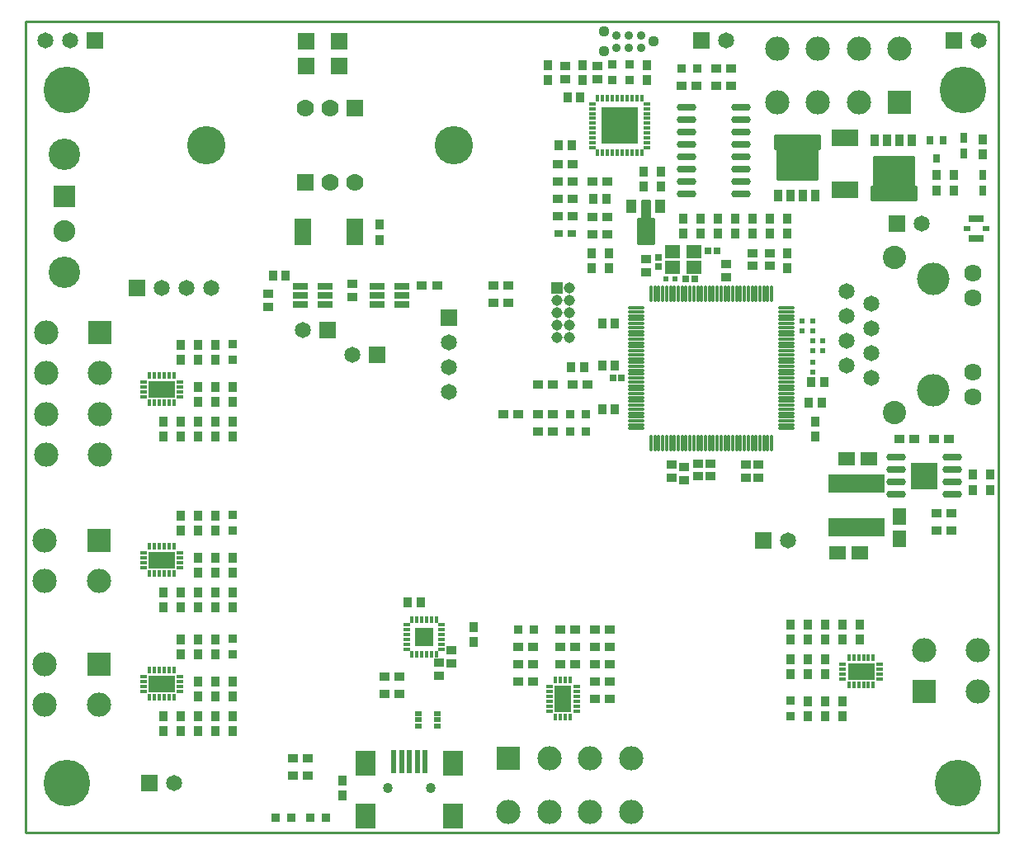
<source format=gts>
*
*
G04 PADS9.1 Build Number: 384028 generated Gerber (RS-274-X) file*
G04 PC Version=2.1*
*
%IN "ASPS_DAQv5p2.pcb"*%
*
%MOIN*%
*
%FSLAX35Y35*%
*
*
*
*
G04 PC Standard Apertures*
*
*
G04 Thermal Relief Aperture macro.*
%AMTER*
1,1,$1,0,0*
1,0,$1-$2,0,0*
21,0,$3,$4,0,0,45*
21,0,$3,$4,0,0,135*
%
*
*
G04 Annular Aperture macro.*
%AMANN*
1,1,$1,0,0*
1,0,$2,0,0*
%
*
*
G04 Odd Aperture macro.*
%AMODD*
1,1,$1,0,0*
1,0,$1-0.005,0,0*
%
*
*
G04 PC Custom Aperture Macros*
*
*
*
*
*
*
G04 PC Aperture Table*
*
%ADD010C,0.001*%
%ADD020R,0.065X0.065*%
%ADD021C,0.065*%
%ADD053C,0.01*%
%ADD060C,0.02*%
%ADD067R,0.098X0.098*%
%ADD068C,0.098*%
%ADD074R,0.043X0.035*%
%ADD075R,0.035X0.043*%
%ADD076R,0.07X0.07*%
%ADD077C,0.07*%
%ADD078R,0.036X0.036*%
%ADD079C,0.155*%
%ADD089C,0.188*%
%ADD090R,0.03256X0.05028*%
%ADD091R,0.04437X0.04437*%
%ADD093O,0.079X0.029*%
%ADD095R,0.105X0.065*%
%ADD097R,0.029X0.044*%
%ADD099R,0.088X0.088*%
%ADD100C,0.088*%
%ADD102R,0.105X0.105*%
%ADD105R,0.22941X0.07193*%
%ADD135R,0.06012X0.05224*%
%ADD136R,0.039X0.055*%
%ADD137R,0.025X0.033*%
%ADD138R,0.065X0.105*%
%ADD139C,0.09417*%
%ADD140C,0.13098*%
%ADD141C,0.07012*%
%ADD142O,0.015X0.029*%
%ADD143O,0.029X0.015*%
%ADD144R,0.151X0.151*%
%ADD145O,0.013X0.07*%
%ADD146O,0.07X0.013*%
%ADD147R,0.02469X0.02469*%
%ADD148R,0.025X0.029*%
%ADD149R,0.033X0.04*%
%ADD150R,0.04X0.033*%
%ADD151C,0.12705*%
%ADD152R,0.045X0.045*%
%ADD153C,0.045*%
%ADD154R,0.06X0.029*%
%ADD155R,0.072X0.072*%
%ADD156R,0.029X0.021*%
%ADD157R,0.02469X0.09358*%
%ADD158R,0.08374X0.10343*%
%ADD159C,0.04043*%
%ADD160R,0.029X0.025*%
%ADD161R,0.03059X0.02469*%
%ADD162R,0.06406X0.02862*%
%ADD173R,0.036X0.025*%
%ADD174R,0.02862X0.01287*%
%ADD175R,0.01287X0.02862*%
%ADD176R,0.06799X0.10736*%
%ADD177R,0.10736X0.06799*%
%ADD178C,0.044*%
%ADD179C,0.036*%
%ADD180R,0.065X0.055*%
%ADD181R,0.055X0.065*%
*
*
*
*
G04 PC Circuitry*
G04 Layer Name ASPS_DAQv5p2.pcb - circuitry*
%LPD*%
*
*
G04 PC Custom Flashes*
G04 Layer Name ASPS_DAQv5p2.pcb - flashes*
%LPD*%
*
*
G04 PC Circuitry*
G04 Layer Name ASPS_DAQv5p2.pcb - circuitry*
%LPD*%
*
G54D10*
G54D20*
G01X242000Y293000D03*
X373000Y420000D03*
X475000D03*
X452000Y346000D03*
X150000Y120000D03*
X398000Y218000D03*
X271000Y308000D03*
X128000Y420000D03*
X145000Y320000D03*
X222000Y303000D03*
X213250Y409500D03*
X226750D03*
X213250Y419500D03*
X226750D03*
G54D21*
X441500Y283480D03*
X431500Y288480D03*
X441500Y293480D03*
X431500Y298480D03*
X441500Y303480D03*
X431500Y308480D03*
X441500Y313480D03*
X431500Y318480D03*
X232000Y293000D03*
X383000Y420000D03*
X485000D03*
X462000Y346000D03*
X160000Y120000D03*
X408000Y218000D03*
X271000Y298000D03*
Y288000D03*
Y278000D03*
X118000Y420000D03*
X108000D03*
X155000Y320000D03*
X165000D03*
X175000D03*
X212000Y303000D03*
G54D53*
X347400Y337950D02*
X353600D01*
Y347950*
X352096*
X351950Y348096*
Y355250*
X349050*
Y348096*
X348904Y347950*
X347400*
Y337950*
X347500D02*
Y347950D01*
X348000Y337950D02*
Y347950D01*
X348500Y337950D02*
Y347950D01*
X349000Y337950D02*
Y348046D01*
X349500Y337950D02*
Y355250D01*
X350000Y337950D02*
Y355250D01*
X350500Y337950D02*
Y355250D01*
X351000Y337950D02*
Y355250D01*
X351500Y337950D02*
Y355250D01*
X352000Y337950D02*
Y348046D01*
X352500Y337950D02*
Y347950D01*
X353000Y337950D02*
Y347950D01*
X353500Y337950D02*
Y347950D01*
X420502Y381530D02*
X402498D01*
Y376124*
X403336*
X403482Y375978*
Y363919*
X419518*
Y375978*
X419664Y376124*
X420502*
Y381530*
X402500Y376124D02*
Y381530D01*
X403000Y376124D02*
Y381530D01*
X403500Y363919D02*
Y381530D01*
X404000Y363919D02*
Y381530D01*
X404500Y363919D02*
Y381530D01*
X405000Y363919D02*
Y381530D01*
X405500Y363919D02*
Y381530D01*
X406000Y363919D02*
Y381530D01*
X406500Y363919D02*
Y381530D01*
X407000Y363919D02*
Y381530D01*
X407500Y363919D02*
Y381530D01*
X408000Y363919D02*
Y381530D01*
X408500Y363919D02*
Y381530D01*
X409000Y363919D02*
Y381530D01*
X409500Y363919D02*
Y381530D01*
X410000Y363919D02*
Y381530D01*
X410500Y363919D02*
Y381530D01*
X411000Y363919D02*
Y381530D01*
X411500Y363919D02*
Y381530D01*
X412000Y363919D02*
Y381530D01*
X412500Y363919D02*
Y381530D01*
X413000Y363919D02*
Y381530D01*
X413500Y363919D02*
Y381530D01*
X414000Y363919D02*
Y381530D01*
X414500Y363919D02*
Y381530D01*
X415000Y363919D02*
Y381530D01*
X415500Y363919D02*
Y381530D01*
X416000Y363919D02*
Y381530D01*
X416500Y363919D02*
Y381530D01*
X417000Y363919D02*
Y381530D01*
X417500Y363919D02*
Y381530D01*
X418000Y363919D02*
Y381530D01*
X418500Y363919D02*
Y381530D01*
X419000Y363919D02*
Y381530D01*
X419500Y363919D02*
Y381530D01*
X420000Y376124D02*
Y381530D01*
X420500Y376124D02*
Y381530D01*
X441498Y355470D02*
X459502D01*
Y360876*
X458664*
X458518Y361022*
Y373081*
X442482*
Y361022*
X442336Y360876*
X441498*
Y355470*
X441500D02*
Y360876D01*
X442000Y355470D02*
Y360876D01*
X442500Y355470D02*
Y373081D01*
X443000Y355470D02*
Y373081D01*
X443500Y355470D02*
Y373081D01*
X444000Y355470D02*
Y373081D01*
X444500Y355470D02*
Y373081D01*
X445000Y355470D02*
Y373081D01*
X445500Y355470D02*
Y373081D01*
X446000Y355470D02*
Y373081D01*
X446500Y355470D02*
Y373081D01*
X447000Y355470D02*
Y373081D01*
X447500Y355470D02*
Y373081D01*
X448000Y355470D02*
Y373081D01*
X448500Y355470D02*
Y373081D01*
X449000Y355470D02*
Y373081D01*
X449500Y355470D02*
Y373081D01*
X450000Y355470D02*
Y373081D01*
X450500Y355470D02*
Y373081D01*
X451000Y355470D02*
Y373081D01*
X451500Y355470D02*
Y373081D01*
X452000Y355470D02*
Y373081D01*
X452500Y355470D02*
Y373081D01*
X453000Y355470D02*
Y373081D01*
X453500Y355470D02*
Y373081D01*
X454000Y355470D02*
Y373081D01*
X454500Y355470D02*
Y373081D01*
X455000Y355470D02*
Y373081D01*
X455500Y355470D02*
Y373081D01*
X456000Y355470D02*
Y373081D01*
X456500Y355470D02*
Y373081D01*
X457000Y355470D02*
Y373081D01*
X457500Y355470D02*
Y373081D01*
X458000Y355470D02*
Y373081D01*
X458500Y355470D02*
Y373081D01*
X459000Y355470D02*
Y360876D01*
X459500Y355470D02*
Y360876D01*
X100000Y100000D02*
X493000D01*
Y427500*
X100000*
Y100000*
G54D60*
X350500Y341350D03*
G54D67*
X129500Y168000D03*
Y218000D03*
X463000Y157000D03*
X130000Y302000D03*
X453000Y395000D03*
X295000Y130000D03*
G54D68*
X129500Y151500D03*
X107800Y168000D03*
Y151500D03*
X129500Y201500D03*
X107800Y218000D03*
Y201500D03*
X463000Y173500D03*
X484700Y157000D03*
Y173500D03*
X130000Y285500D03*
Y269000D03*
Y252500D03*
X108300Y302000D03*
Y285500D03*
Y269000D03*
Y252500D03*
X436500Y395000D03*
X420000D03*
X403500D03*
X453000Y416700D03*
X436500D03*
X420000D03*
X403500D03*
X311500Y130000D03*
X328000D03*
X344500D03*
X295000Y108300D03*
X311500D03*
X328000D03*
X344500D03*
G54D74*
X298900Y175000D03*
X305100D03*
X314900Y349000D03*
X321100D03*
X328900Y341500D03*
X335100D03*
X328900Y348500D03*
X335100D03*
X452900Y259000D03*
X459100D03*
X474100Y229000D03*
X467900D03*
Y222000D03*
X474100D03*
X321100Y356000D03*
X314900D03*
X378900Y401500D03*
X385100D03*
X266200Y321000D03*
X260000D03*
X466900Y259000D03*
X473100D03*
X364900Y401500D03*
X371100D03*
X321100Y363000D03*
X314900D03*
X329900Y175000D03*
X336100D03*
X315900Y168000D03*
X322100D03*
X329900Y182000D03*
X336100D03*
Y154000D03*
X329900D03*
Y161000D03*
X336100D03*
X321100Y370000D03*
X314900D03*
X335100Y363000D03*
X328900D03*
X207900Y130000D03*
X214100D03*
X207900Y123000D03*
X214100D03*
X244900Y156000D03*
X251100D03*
Y163000D03*
X244900D03*
X299100Y269000D03*
X292900D03*
X306900Y281000D03*
X313100D03*
X327100D03*
X320900D03*
X306900Y269000D03*
X313100D03*
X306900Y262000D03*
X313100D03*
X288900Y321000D03*
X295100D03*
X288900Y314000D03*
X295100D03*
X329900Y168000D03*
X336100D03*
X322100Y182000D03*
X315900D03*
Y175000D03*
X322100D03*
X298900Y161000D03*
X305100D03*
X298900Y168000D03*
X305100D03*
X385100Y408500D03*
X378900D03*
G54D75*
X176500Y297100D03*
Y290900D03*
Y228100D03*
Y221900D03*
X416000Y146900D03*
Y153100D03*
X176500Y178100D03*
Y171900D03*
X328500Y334100D03*
Y327900D03*
X349500Y367100D03*
Y360900D03*
X356500Y367100D03*
Y360900D03*
X486500Y373900D03*
Y380100D03*
X475000Y365600D03*
Y359400D03*
X489500Y238400D03*
Y244600D03*
X482500D03*
Y238400D03*
X407500Y327900D03*
Y334100D03*
X468000Y365600D03*
Y359400D03*
X407500Y341900D03*
Y348100D03*
X386500D03*
Y341900D03*
X400500D03*
Y348100D03*
X365500Y341900D03*
Y348100D03*
X372500Y341900D03*
Y348100D03*
X176500Y161100D03*
Y154900D03*
X162500Y147100D03*
Y140900D03*
X176500Y147100D03*
Y140900D03*
X169500Y161100D03*
Y154900D03*
X325000Y403900D03*
Y410100D03*
X351000Y403900D03*
Y410100D03*
X335500Y327900D03*
Y334100D03*
X183500Y147100D03*
Y140900D03*
X155500D03*
Y147100D03*
X183500Y161100D03*
Y154900D03*
X155500Y190900D03*
Y197100D03*
Y259900D03*
Y266100D03*
X176500Y211100D03*
Y204900D03*
X162500Y197100D03*
Y190900D03*
X176500Y197100D03*
Y190900D03*
X183500Y197100D03*
Y190900D03*
X169500Y211100D03*
Y204900D03*
X176500Y280100D03*
Y273900D03*
X162500Y266100D03*
Y259900D03*
X176500Y266100D03*
Y259900D03*
X183500Y266100D03*
Y259900D03*
X169500Y280100D03*
Y273900D03*
X183500Y211100D03*
Y204900D03*
Y280100D03*
Y273900D03*
X393500Y341900D03*
Y348100D03*
X416000Y177900D03*
Y184100D03*
X430000Y177900D03*
Y184100D03*
X416000Y163900D03*
Y170100D03*
X423000Y163900D03*
Y170100D03*
X437000Y184100D03*
Y177900D03*
X409000D03*
Y184100D03*
Y170100D03*
Y163900D03*
X243000Y339400D03*
Y345600D03*
X281000Y183100D03*
Y176900D03*
X419000Y266100D03*
Y259900D03*
X228000Y114900D03*
Y121100D03*
X311000Y403900D03*
Y410100D03*
X169500Y266100D03*
Y259900D03*
X162500Y297100D03*
Y290900D03*
X169500Y297100D03*
Y290900D03*
Y147100D03*
Y140900D03*
X162500Y178100D03*
Y171900D03*
X169500Y178100D03*
Y171900D03*
Y197100D03*
Y190900D03*
X162500Y228100D03*
Y221900D03*
X169500Y228100D03*
Y221900D03*
X423000Y177900D03*
Y184100D03*
X430000Y146900D03*
Y153100D03*
X423000Y146900D03*
Y153100D03*
X379500Y341900D03*
Y348100D03*
G54D76*
X233000Y392500D03*
X213000Y362500D03*
G54D77*
X223000Y392500D03*
X213000D03*
X223000Y362500D03*
X233000D03*
G54D78*
X305150Y182000D03*
X298850D03*
X183500Y290850D03*
Y297150D03*
Y171850D03*
Y178150D03*
Y221850D03*
Y228150D03*
X409000Y153150D03*
Y146850D03*
X337000Y403850D03*
Y410150D03*
X344000Y403850D03*
Y410150D03*
X200850Y106000D03*
X207150D03*
X221150D03*
X214850D03*
X326150Y269000D03*
X319850D03*
X326150Y262000D03*
X319850D03*
X371150Y408500D03*
X364850D03*
G54D79*
X273000Y377500D03*
X173000D03*
G54D89*
X116500Y400000D03*
Y120000D03*
X476500D03*
X478500Y400000D03*
G54D90*
X404000Y357272D03*
X409000D03*
X414000D03*
X419000D03*
X458000Y379728D03*
X453000D03*
X448000D03*
X443000D03*
G54D91*
X411500Y368000D03*
X450500Y369000D03*
G54D93*
X389000Y358000D03*
Y363000D03*
Y368000D03*
Y373000D03*
Y378000D03*
Y383000D03*
Y388000D03*
Y393000D03*
X367000D03*
Y388000D03*
Y383000D03*
Y378000D03*
Y373000D03*
Y368000D03*
Y363000D03*
Y358000D03*
X451700Y251500D03*
Y246500D03*
Y241500D03*
Y236500D03*
X474300D03*
Y241500D03*
Y246500D03*
Y251500D03*
G54D95*
X431000Y380500D03*
Y359500D03*
G54D97*
X479000Y374350D03*
Y380650D03*
X486500Y365650D03*
Y359350D03*
G54D99*
X115500Y356890D03*
G54D100*
Y343110D03*
G54D102*
X463000Y244000D03*
G54D105*
X435500Y240858D03*
Y223142D03*
G54D135*
X361169Y328350D03*
X369831D03*
Y334650D03*
X361169D03*
G54D136*
X356400Y353000D03*
X344600D03*
G54D137*
X470638Y379740D03*
X465362D03*
X468000Y372260D03*
G54D138*
X233000Y342500D03*
X212000D03*
G54D139*
X451146Y269701D03*
Y332299D03*
G54D140*
X466500Y278500D03*
Y323500D03*
G54D141*
X482681Y276098D03*
Y286098D03*
Y315902D03*
Y325902D03*
G54D142*
X331142Y374476D03*
X333110D03*
X335079D03*
X337047D03*
X339016D03*
X340984D03*
X342953D03*
X344921D03*
X346890D03*
X348858D03*
Y396524D03*
X346890D03*
X344921D03*
X342953D03*
X340984D03*
X339016D03*
X337047D03*
X335079D03*
X333110D03*
X331142D03*
X256079Y171913D03*
X258047D03*
X260016D03*
X261984D03*
X263953D03*
X265921D03*
Y186087D03*
X263953D03*
X261984D03*
X260016D03*
X258047D03*
X256079D03*
G54D143*
X351024Y376642D03*
Y378610D03*
Y380579D03*
Y382547D03*
Y384516D03*
Y386484D03*
Y388453D03*
Y390421D03*
Y392390D03*
Y394358D03*
X328976D03*
Y392390D03*
Y390421D03*
Y388453D03*
Y386484D03*
Y384516D03*
Y382547D03*
Y380579D03*
Y378610D03*
Y376642D03*
X268087Y174079D03*
Y176047D03*
Y178016D03*
Y179984D03*
Y181953D03*
Y183921D03*
X253913D03*
Y181953D03*
Y179984D03*
Y178016D03*
Y176047D03*
Y174079D03*
G54D144*
X340000Y385500D03*
G54D145*
X352665Y257250D03*
X354235D03*
X355805D03*
X357375D03*
X358945D03*
X360515D03*
X362085D03*
X363655D03*
X365225D03*
X366795D03*
X368365D03*
X369935D03*
X371505D03*
X373075D03*
X374645D03*
X376215D03*
X377785D03*
X379355D03*
X380925D03*
X382495D03*
X384065D03*
X385635D03*
X387205D03*
X388775D03*
X390345D03*
X391915D03*
X393485D03*
X395055D03*
X396625D03*
X398195D03*
X399765D03*
X401335D03*
Y317750D03*
X399765D03*
X398195D03*
X396625D03*
X395055D03*
X393485D03*
X391915D03*
X390345D03*
X388775D03*
X387205D03*
X385635D03*
X384065D03*
X382495D03*
X380925D03*
X379355D03*
X377785D03*
X376215D03*
X374645D03*
X373075D03*
X371505D03*
X369935D03*
X368365D03*
X366795D03*
X365225D03*
X363655D03*
X362085D03*
X360515D03*
X358945D03*
X357375D03*
X355805D03*
X354235D03*
X352665D03*
G54D146*
X407250Y263165D03*
Y264735D03*
Y266305D03*
Y267875D03*
Y269445D03*
Y271015D03*
Y272585D03*
Y274155D03*
Y275725D03*
Y277295D03*
Y278865D03*
Y280435D03*
Y282005D03*
Y283575D03*
Y285145D03*
Y286715D03*
Y288285D03*
Y289855D03*
Y291425D03*
Y292995D03*
Y294565D03*
Y296135D03*
Y297705D03*
Y299275D03*
Y300845D03*
Y302415D03*
Y303985D03*
Y305555D03*
Y307125D03*
Y308695D03*
Y310265D03*
Y311835D03*
X346750D03*
Y310265D03*
Y308695D03*
Y307125D03*
Y305555D03*
Y303985D03*
Y302415D03*
Y300845D03*
Y299275D03*
Y297705D03*
Y296135D03*
Y294565D03*
Y292995D03*
Y291425D03*
Y289855D03*
Y288285D03*
Y286715D03*
Y285145D03*
Y283575D03*
Y282005D03*
Y280435D03*
Y278865D03*
Y277295D03*
Y275725D03*
Y274155D03*
Y272585D03*
Y271015D03*
Y269445D03*
Y267875D03*
Y266305D03*
Y264735D03*
Y263165D03*
G54D147*
X418000Y286031D03*
Y289969D03*
X421969Y294500D03*
X418031D03*
X421969Y298500D03*
X418031D03*
X418000Y306469D03*
Y302531D03*
X413500D03*
Y306469D03*
X358531Y323500D03*
X362469D03*
G54D148*
X366728D03*
X370272D03*
X340772Y283500D03*
X337228D03*
X375728Y335000D03*
X379272D03*
G54D149*
X329441Y356000D03*
X334559D03*
X259559Y193000D03*
X254441D03*
X205059Y325000D03*
X199941D03*
X324059Y397000D03*
X318941D03*
X320559Y377500D03*
X315441D03*
X338059Y271000D03*
X332941D03*
X338059Y288500D03*
X332941D03*
X416441Y273500D03*
X421559D03*
X417441Y282000D03*
X422559D03*
X338059Y305500D03*
X332941D03*
X325559Y288000D03*
X320441D03*
G54D150*
X331000Y404441D03*
Y409559D03*
X366000Y247559D03*
Y242441D03*
X371500Y249059D03*
Y243941D03*
X267000Y168559D03*
Y163441D03*
X272000Y173559D03*
Y168441D03*
X198000Y317559D03*
Y312441D03*
X232000Y316441D03*
Y321559D03*
X391000Y248559D03*
Y243441D03*
X396000Y248559D03*
Y243441D03*
X383000Y324441D03*
Y329559D03*
X393500Y328941D03*
Y334059D03*
X400500Y328941D03*
Y334059D03*
X376500Y249059D03*
Y243941D03*
X361000Y248559D03*
Y243441D03*
X350500Y326441D03*
Y331559D03*
X318000Y404441D03*
Y409559D03*
G54D151*
X115500Y373819D03*
Y326181D03*
G54D152*
X314500Y320000D03*
G54D153*
X319500D03*
X314500Y315000D03*
X319500D03*
X314500Y310000D03*
X319500D03*
X314500Y305000D03*
X319500D03*
X314500Y300000D03*
X319500D03*
G54D154*
X211079Y320740D03*
Y317000D03*
Y313260D03*
X220921D03*
Y317000D03*
Y320740D03*
X242079D03*
Y317000D03*
Y313260D03*
X251921D03*
Y317000D03*
Y320740D03*
G54D155*
X261000Y179000D03*
G54D156*
X266240Y142941D03*
Y145500D03*
Y148059D03*
X258760D03*
Y145500D03*
Y142941D03*
G54D157*
X248701Y128531D03*
X251850D03*
X255000D03*
X258150D03*
X261299D03*
G54D158*
X237480Y128039D03*
X272520D03*
X237480Y106583D03*
X272520D03*
G54D159*
X246339Y118000D03*
X263661D03*
G54D160*
X355500Y328728D03*
Y332272D03*
G54D161*
X480161Y344000D03*
X487839D03*
G54D162*
X484000Y347937D03*
Y340063D03*
G54D173*
X315441Y342000D03*
X320559D03*
G54D174*
X311488Y158921D03*
Y156953D03*
Y154984D03*
Y153016D03*
Y151047D03*
Y149079D03*
X322512D03*
Y151047D03*
Y153016D03*
Y154984D03*
Y156953D03*
Y158921D03*
X147520Y281953D03*
Y279984D03*
Y278016D03*
Y276047D03*
X162480D03*
Y278016D03*
Y279984D03*
Y281953D03*
X147520Y162953D03*
Y160984D03*
Y159016D03*
Y157047D03*
X162480D03*
Y159016D03*
Y160984D03*
Y162953D03*
X147520Y212953D03*
Y210984D03*
Y209016D03*
Y207047D03*
X162480D03*
Y209016D03*
Y210984D03*
Y212953D03*
X444980Y162047D03*
Y164016D03*
Y165984D03*
Y167953D03*
X430020D03*
Y165984D03*
Y164016D03*
Y162047D03*
G54D175*
X314047Y146520D03*
X316016D03*
X317984D03*
X319953D03*
Y161480D03*
X317984D03*
X316016D03*
X314047D03*
X159921Y284512D03*
X157953D03*
X155984D03*
X154016D03*
X152047D03*
X150079D03*
Y273488D03*
X152047D03*
X154016D03*
X155984D03*
X157953D03*
X159921D03*
Y165512D03*
X157953D03*
X155984D03*
X154016D03*
X152047D03*
X150079D03*
Y154488D03*
X152047D03*
X154016D03*
X155984D03*
X157953D03*
X159921D03*
Y215512D03*
X157953D03*
X155984D03*
X154016D03*
X152047D03*
X150079D03*
Y204488D03*
X152047D03*
X154016D03*
X155984D03*
X157953D03*
X159921D03*
X432579Y159488D03*
X434547D03*
X436516D03*
X438484D03*
X440453D03*
X442421D03*
Y170512D03*
X440453D03*
X438484D03*
X436516D03*
X434547D03*
X432579D03*
G54D176*
X317000Y154000D03*
G54D177*
X155000Y279000D03*
Y160000D03*
Y210000D03*
X437500Y165000D03*
G54D178*
X353600Y419600D03*
X333600Y415600D03*
Y423600D03*
G54D179*
X348600Y422100D03*
X343600D03*
X338600D03*
X348600Y417100D03*
X343600D03*
X338600D03*
G54D180*
X431500Y251000D03*
X440500D03*
X437000Y213000D03*
X428000D03*
G54D181*
X453000Y218500D03*
Y227500D03*
X0Y0D02*
M02*

</source>
